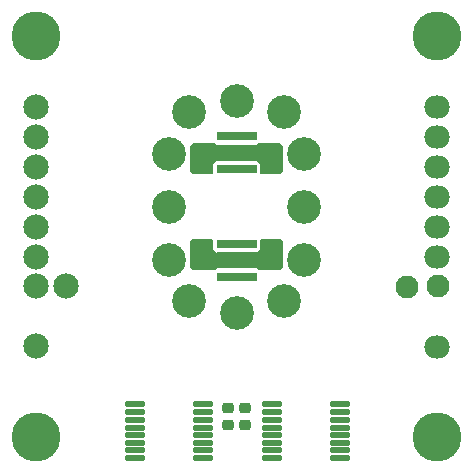
<source format=gts>
%FSTAX44Y44*%
%MOIN*%
%SFA1B1*%

%IPPOS*%
%AMD17*
4,1,8,0.029200,0.009800,-0.029200,0.009800,-0.033900,0.005200,-0.033900,-0.005200,-0.029200,-0.009800,0.029200,-0.009800,0.033900,-0.005200,0.033900,0.005200,0.029200,0.009800,0.0*
1,1,0.009370,0.029200,0.005200*
1,1,0.009370,-0.029200,0.005200*
1,1,0.009370,-0.029200,-0.005200*
1,1,0.009370,0.029200,-0.005200*
%
%AMD18*
4,1,8,-0.019700,0.007800,-0.019700,-0.007800,-0.009800,-0.017700,0.009800,-0.017700,0.019700,-0.007800,0.019700,0.007800,0.009800,0.017700,-0.009800,0.017700,-0.019700,0.007800,0.0*
1,1,0.019764,-0.009800,0.007800*
1,1,0.019764,-0.009800,-0.007800*
1,1,0.019764,0.009800,-0.007800*
1,1,0.019764,0.009800,0.007800*
%
%ADD15R,0.135827X0.057087*%
%ADD16R,0.135827X0.025591*%
G04~CAMADD=17~8~0.0~0.0~677.2~196.9~46.9~0.0~15~0.0~0.0~0.0~0.0~0~0.0~0.0~0.0~0.0~0~0.0~0.0~0.0~0.0~677.2~196.9*
%ADD17D17*%
G04~CAMADD=18~8~0.0~0.0~354.3~393.7~98.8~0.0~15~0.0~0.0~0.0~0.0~0~0.0~0.0~0.0~0.0~0~0.0~0.0~0.0~90.0~394.0~354.0*
%ADD18D18*%
%ADD19C,0.163386*%
%ADD20C,0.076771*%
%ADD21C,0.084645*%
%ADD22O,0.084645X0.076771*%
%ADD23C,0.112205*%
%LNnixie_in12-1*%
%LPD*%
G36*
X00008232Y00006534D02*
Y00005674D01*
X00008147Y00005589*
X00007412*
X00007293Y00005708*
X00006092*
X00005974Y0000559*
X00005237*
X00005153Y00005674*
Y00006534*
X00005235Y00006616*
X00005863*
X00005897Y00006582*
Y00006288*
X0000603Y00006155*
X00007355*
X00007488Y00006288*
Y00006582*
X00007522Y00006616*
X0000815*
X00008232Y00006534*
G37*
G36*
X00006092Y00009685D02*
X00007293D01*
X00007411Y00009802*
X00008148*
X00008232Y00009719*
Y00008859*
X0000815Y00008777*
X00007522*
X00007488Y00008811*
Y00009104*
X00007355Y00009237*
X0000603*
X00005897Y00009104*
Y00008811*
X00005863Y00008777*
X00005235*
X00005153Y00008859*
Y00009719*
X00005238Y00009804*
X00005972*
X00006092Y00009685*
G37*
G36*
X00005381Y00013649D02*
X00005381D01*
Y00013649*
X00005381*
Y00013649*
X00005381*
Y0001365*
X00005381*
Y00013649*
G37*
G36*
X00005575Y00013609D02*
X00005576D01*
Y00013609*
X00005575*
Y00013609*
Y0001361*
Y00013609*
G37*
G36*
X00002596Y00013567D02*
X00002596D01*
Y00013567*
X00002596*
Y00013567*
X00002595*
Y00013568*
X00002596*
Y00013567*
G37*
G54D15*
X00006692Y00009488D03*
Y00005905D03*
G54D16*
X00006692Y00008937D03*
Y00010039D03*
Y00006456D03*
Y00005354D03*
G54D17*
X00010145Y00001092D03*
Y00000836D03*
Y0000058D03*
Y00000324D03*
Y00000068D03*
Y-00000187D03*
Y-00000442D03*
Y-00000698D03*
X00007885D03*
Y-00000442D03*
Y-00000187D03*
Y00000068D03*
Y00000324D03*
Y0000058D03*
Y00000836D03*
Y00001092D03*
X00005579D03*
Y00000836D03*
Y0000058D03*
Y00000324D03*
Y00000068D03*
Y-00000187D03*
Y-00000442D03*
Y-00000698D03*
X00003319D03*
Y-00000442D03*
Y-00000187D03*
Y00000068D03*
Y00000324D03*
Y0000058D03*
Y00000836D03*
Y00001092D03*
G54D18*
X0000697Y00000392D03*
Y00000982D03*
X00006417Y00000393D03*
Y00000984D03*
G54D19*
X0Y00013385D03*
X00013385Y0D03*
Y00013385D03*
X0Y0D03*
G54D20*
X00012388Y00005014D03*
X00013393Y00005027D03*
G54D21*
X00001005Y00005038D03*
X0Y00005039D03*
Y00010023D03*
Y00009023D03*
Y00008023D03*
Y00007023D03*
Y00011023D03*
Y00006023D03*
Y00003055D03*
G54D22*
X00013385Y00011023D03*
Y00008023D03*
Y00007023D03*
Y00009023D03*
Y00006023D03*
Y00010023D03*
X00013379Y00003012D03*
G54D23*
X00008956Y00005905D03*
Y00007677D03*
Y00009448D03*
X00004429D03*
Y00007677D03*
Y00005905D03*
X00006692Y00004133D03*
Y0001122D03*
X00005118Y00004527D03*
Y00010826D03*
X00008267D03*
Y00004527D03*
M02*
</source>
